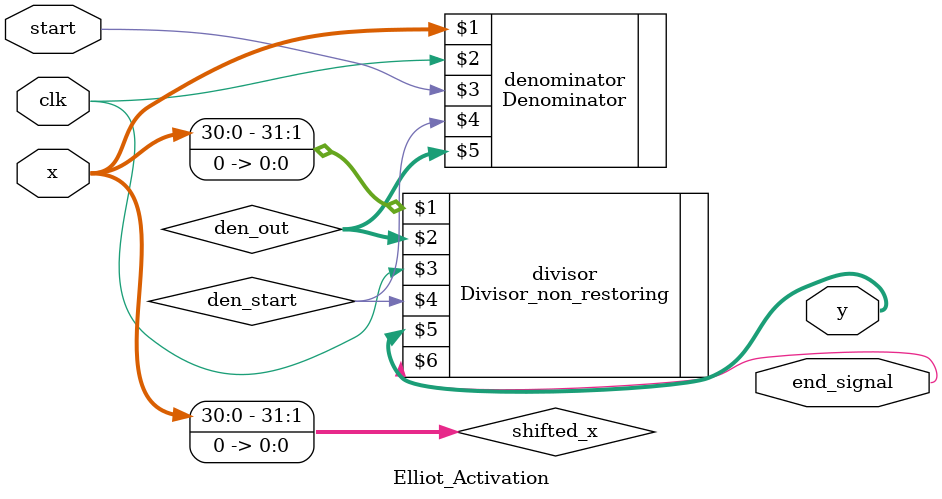
<source format=v>
`timescale 1ns / 1ps


module Elliot_Activation(
    input [31:0] x,
    input start,
    input clk,
    output [31:0] y,
    output end_signal
    );
    
    reg [31:0] shifted_x;
    wire den_start;
    wire [31:0] den_out;
    
	parameter s = 8'b00000001;
    
	always @ (x) begin
		shifted_x <= x << s ;
	end
    Denominator denominator(x, clk, start, den_start, den_out);
    Divisor_non_restoring divisor(shifted_x, den_out, clk, den_start, y, end_signal);
    
endmodule

</source>
